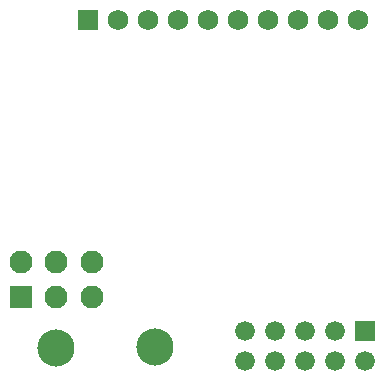
<source format=gbs>
G04*
G04 #@! TF.GenerationSoftware,Altium Limited,Altium Designer,18.0.9 (584)*
G04*
G04 Layer_Color=16711935*
%FSLAX24Y24*%
%MOIN*%
G70*
G01*
G75*
%ADD27C,0.0659*%
%ADD28R,0.0659X0.0659*%
%ADD29C,0.1240*%
%ADD30C,0.0689*%
%ADD31R,0.0689X0.0689*%
%ADD32R,0.0768X0.0768*%
%ADD33C,0.0768*%
D27*
X44561Y25089D02*
D03*
X41561D02*
D03*
X42561D02*
D03*
X44561Y24089D02*
D03*
X45561D02*
D03*
X41561D02*
D03*
X42561D02*
D03*
X43561Y25089D02*
D03*
Y24089D02*
D03*
D28*
X45561Y25089D02*
D03*
D29*
X38583Y24546D02*
D03*
X35276Y24528D02*
D03*
D30*
X45339Y35472D02*
D03*
X44339D02*
D03*
X38339D02*
D03*
X39339D02*
D03*
X37339D02*
D03*
X40339D02*
D03*
X42339D02*
D03*
X41339D02*
D03*
X43339D02*
D03*
D31*
X36339D02*
D03*
D32*
X34094Y26220D02*
D03*
D33*
X35276D02*
D03*
X34094Y27402D02*
D03*
X35276D02*
D03*
X36457Y26220D02*
D03*
Y27402D02*
D03*
M02*

</source>
